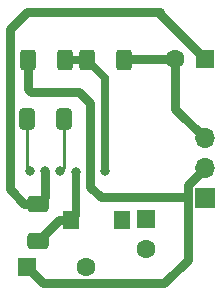
<source format=gbr>
%TF.GenerationSoftware,KiCad,Pcbnew,8.0.1-rc1*%
%TF.CreationDate,2024-10-01T13:14:16-07:00*%
%TF.ProjectId,LM2670-ADJ-Carrier-Set-SMD,4c4d3236-3730-42d4-9144-4a2d43617272,rev?*%
%TF.SameCoordinates,Original*%
%TF.FileFunction,Copper,L2,Bot*%
%TF.FilePolarity,Positive*%
%FSLAX46Y46*%
G04 Gerber Fmt 4.6, Leading zero omitted, Abs format (unit mm)*
G04 Created by KiCad (PCBNEW 8.0.1-rc1) date 2024-10-01 13:14:16*
%MOMM*%
%LPD*%
G01*
G04 APERTURE LIST*
G04 Aperture macros list*
%AMRoundRect*
0 Rectangle with rounded corners*
0 $1 Rounding radius*
0 $2 $3 $4 $5 $6 $7 $8 $9 X,Y pos of 4 corners*
0 Add a 4 corners polygon primitive as box body*
4,1,4,$2,$3,$4,$5,$6,$7,$8,$9,$2,$3,0*
0 Add four circle primitives for the rounded corners*
1,1,$1+$1,$2,$3*
1,1,$1+$1,$4,$5*
1,1,$1+$1,$6,$7*
1,1,$1+$1,$8,$9*
0 Add four rect primitives between the rounded corners*
20,1,$1+$1,$2,$3,$4,$5,0*
20,1,$1+$1,$4,$5,$6,$7,0*
20,1,$1+$1,$6,$7,$8,$9,0*
20,1,$1+$1,$8,$9,$2,$3,0*%
G04 Aperture macros list end*
%TA.AperFunction,SMDPad,CuDef*%
%ADD10RoundRect,0.250000X0.400000X0.625000X-0.400000X0.625000X-0.400000X-0.625000X0.400000X-0.625000X0*%
%TD*%
%TA.AperFunction,SMDPad,CuDef*%
%ADD11R,1.450000X1.490000*%
%TD*%
%TA.AperFunction,SMDPad,CuDef*%
%ADD12RoundRect,0.250000X-0.650000X0.412500X-0.650000X-0.412500X0.650000X-0.412500X0.650000X0.412500X0*%
%TD*%
%TA.AperFunction,SMDPad,CuDef*%
%ADD13RoundRect,0.250000X0.412500X0.650000X-0.412500X0.650000X-0.412500X-0.650000X0.412500X-0.650000X0*%
%TD*%
%TA.AperFunction,ComponentPad*%
%ADD14R,1.700000X1.700000*%
%TD*%
%TA.AperFunction,ComponentPad*%
%ADD15O,1.700000X1.700000*%
%TD*%
%TA.AperFunction,ComponentPad*%
%ADD16R,1.600000X1.600000*%
%TD*%
%TA.AperFunction,ComponentPad*%
%ADD17C,1.600000*%
%TD*%
%TA.AperFunction,ViaPad*%
%ADD18C,0.800000*%
%TD*%
%TA.AperFunction,Conductor*%
%ADD19C,0.250000*%
%TD*%
%TA.AperFunction,Conductor*%
%ADD20C,0.635000*%
%TD*%
%TA.AperFunction,Conductor*%
%ADD21C,0.762000*%
%TD*%
G04 APERTURE END LIST*
D10*
%TO.P,R3,1*%
%TO.N,Net-(IC1-FEEDBACK{slash}FB)*%
X141266067Y-89981090D03*
%TO.P,R3,2*%
%TO.N,Net-(J1-Pin_2)*%
X138166067Y-89981090D03*
%TD*%
%TO.P,R2,1*%
%TO.N,GND*%
X146294332Y-89975243D03*
%TO.P,R2,2*%
%TO.N,Net-(IC1-FEEDBACK{slash}FB)*%
X143194332Y-89975243D03*
%TD*%
D11*
%TO.P,D1,1*%
%TO.N,Net-(IC1-SWITCH_OUTPUT)*%
X146113067Y-103490944D03*
%TO.P,D1,2*%
%TO.N,GND*%
X141763067Y-103490944D03*
%TD*%
D12*
%TO.P,C4,1*%
%TO.N,+VDC*%
X139013144Y-102123150D03*
%TO.P,C4,2*%
%TO.N,GND*%
X139013144Y-105248150D03*
%TD*%
D13*
%TO.P,C3,1*%
%TO.N,Net-(IC1-CBOOST{slash}CB)*%
X141175084Y-94977917D03*
%TO.P,C3,2*%
%TO.N,Net-(IC1-SWITCH_OUTPUT)*%
X138050084Y-94977917D03*
%TD*%
D14*
%TO.P,J1,1,Pin_1*%
%TO.N,+VDC*%
X153109449Y-101617000D03*
D15*
%TO.P,J1,2,Pin_2*%
%TO.N,Net-(J1-Pin_2)*%
X153109449Y-99077000D03*
%TO.P,J1,3,Pin_3*%
%TO.N,GND*%
X153109449Y-96537000D03*
%TD*%
D16*
%TO.P,C5,1*%
%TO.N,Net-(J1-Pin_2)*%
X138049386Y-107482969D03*
D17*
%TO.P,C5,2*%
%TO.N,GND*%
X143049386Y-107482969D03*
%TD*%
D16*
%TO.P,C2,1*%
%TO.N,+VDC*%
X148158263Y-103439855D03*
D17*
%TO.P,C2,2*%
%TO.N,GND*%
X148158263Y-105939855D03*
%TD*%
D16*
%TO.P,C1,1*%
%TO.N,+VDC*%
X153150694Y-89852484D03*
D17*
%TO.P,C1,2*%
%TO.N,GND*%
X150650694Y-89852484D03*
%TD*%
D18*
%TO.N,Net-(IC1-SWITCH_OUTPUT)*%
X146092143Y-103476173D03*
%TO.N,GND*%
X142198017Y-99398795D03*
X146294332Y-89975243D03*
%TO.N,+VDC*%
X139621749Y-99356800D03*
%TO.N,GND*%
X141763067Y-103490944D03*
%TO.N,Net-(IC1-CBOOST{slash}CB)*%
X140905938Y-99349110D03*
%TO.N,Net-(IC1-SWITCH_OUTPUT)*%
X138351749Y-99356800D03*
%TO.N,Net-(IC1-FEEDBACK{slash}FB)*%
X144692395Y-99316770D03*
%TD*%
D19*
%TO.N,Net-(IC1-SWITCH_OUTPUT)*%
X138050084Y-99055135D02*
X138050084Y-94977917D01*
X138351749Y-99356800D02*
X138050084Y-99055135D01*
D20*
%TO.N,GND*%
X142198017Y-103055994D02*
X141763067Y-103490944D01*
X142198017Y-99398795D02*
X142198017Y-103055994D01*
D21*
%TO.N,Net-(J1-Pin_2)*%
X138166067Y-92366251D02*
X138166067Y-89981090D01*
X138444414Y-92644598D02*
X138166067Y-92366251D01*
X142517337Y-92644598D02*
X138444414Y-92644598D01*
X143437619Y-93564880D02*
X142517337Y-92644598D01*
X151678449Y-101550349D02*
X144304438Y-101550349D01*
X144304438Y-101550349D02*
X143437619Y-100683530D01*
X143437619Y-100683530D02*
X143437619Y-93564880D01*
D20*
%TO.N,Net-(IC1-FEEDBACK{slash}FB)*%
X144692395Y-91473306D02*
X144692395Y-99316770D01*
X143194332Y-89975243D02*
X144692395Y-91473306D01*
X143188485Y-89981090D02*
X143194332Y-89975243D01*
X141266067Y-89981090D02*
X143188485Y-89981090D01*
D21*
%TO.N,GND*%
X146417091Y-89852484D02*
X146294332Y-89975243D01*
X150650694Y-89852484D02*
X146417091Y-89852484D01*
D19*
%TO.N,Net-(IC1-CBOOST{slash}CB)*%
X141175084Y-94977917D02*
X141175084Y-99079964D01*
X141175084Y-99079964D02*
X140905938Y-99349110D01*
D21*
%TO.N,+VDC*%
X137832485Y-102123150D02*
X139013144Y-102123150D01*
X136616773Y-100907438D02*
X137832485Y-102123150D01*
X138084581Y-85838109D02*
X149360407Y-85838109D01*
X149360407Y-85838109D02*
X149360407Y-86062197D01*
X149360407Y-86062197D02*
X153150694Y-89852484D01*
X136616773Y-87305917D02*
X138084581Y-85838109D01*
X136616773Y-100907438D02*
X136616773Y-87305917D01*
X139621749Y-101514545D02*
X139013144Y-102123150D01*
X139621749Y-99356800D02*
X139621749Y-101514545D01*
%TO.N,GND*%
X140770350Y-103490944D02*
X139013144Y-105248150D01*
X141763067Y-103490944D02*
X140770350Y-103490944D01*
X150650694Y-89852484D02*
X150650694Y-94078245D01*
X150650694Y-94078245D02*
X153109449Y-96537000D01*
%TO.N,Net-(J1-Pin_2)*%
X149684853Y-108863969D02*
X139430386Y-108863969D01*
X151678449Y-101550349D02*
X151678449Y-106870373D01*
X151678449Y-106870373D02*
X149684853Y-108863969D01*
X153109449Y-99077000D02*
X151678449Y-100508000D01*
X139430386Y-108863969D02*
X138049386Y-107482969D01*
X151678449Y-100508000D02*
X151678449Y-101550349D01*
%TD*%
M02*

</source>
